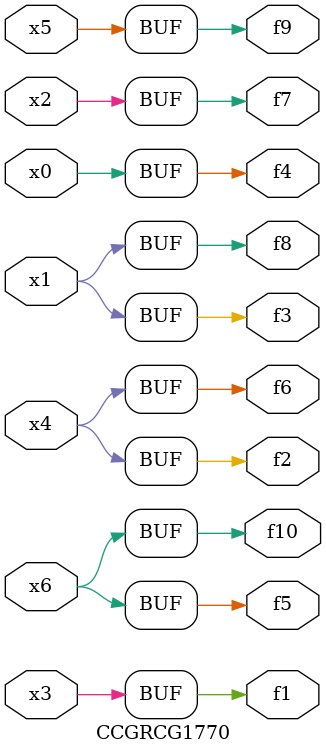
<source format=v>
module CCGRCG1770(
	input x0, x1, x2, x3, x4, x5, x6,
	output f1, f2, f3, f4, f5, f6, f7, f8, f9, f10
);
	assign f1 = x3;
	assign f2 = x4;
	assign f3 = x1;
	assign f4 = x0;
	assign f5 = x6;
	assign f6 = x4;
	assign f7 = x2;
	assign f8 = x1;
	assign f9 = x5;
	assign f10 = x6;
endmodule

</source>
